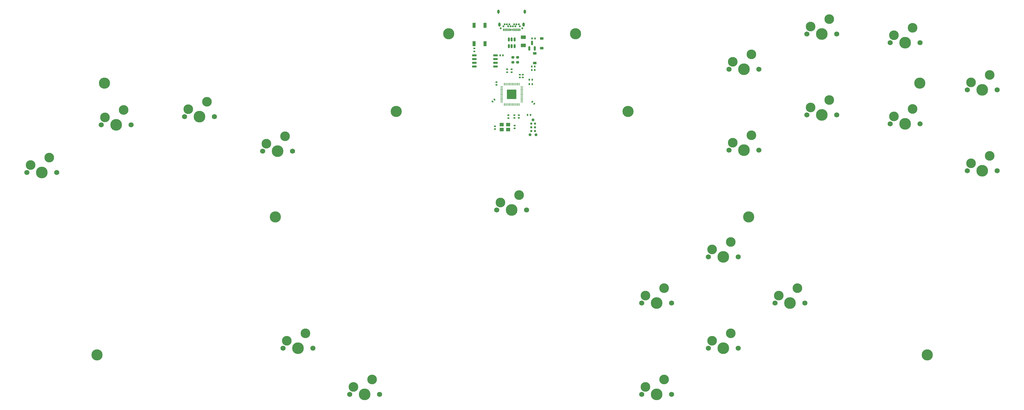
<source format=gts>
G04 #@! TF.GenerationSoftware,KiCad,Pcbnew,(6.0.7)*
G04 #@! TF.CreationDate,2023-01-25T00:46:19-06:00*
G04 #@! TF.ProjectId,OpenRectangle,4f70656e-5265-4637-9461-6e676c652e6b,rev?*
G04 #@! TF.SameCoordinates,Original*
G04 #@! TF.FileFunction,Soldermask,Top*
G04 #@! TF.FilePolarity,Negative*
%FSLAX46Y46*%
G04 Gerber Fmt 4.6, Leading zero omitted, Abs format (unit mm)*
G04 Created by KiCad (PCBNEW (6.0.7)) date 2023-01-25 00:46:19*
%MOMM*%
%LPD*%
G01*
G04 APERTURE LIST*
G04 Aperture macros list*
%AMRoundRect*
0 Rectangle with rounded corners*
0 $1 Rounding radius*
0 $2 $3 $4 $5 $6 $7 $8 $9 X,Y pos of 4 corners*
0 Add a 4 corners polygon primitive as box body*
4,1,4,$2,$3,$4,$5,$6,$7,$8,$9,$2,$3,0*
0 Add four circle primitives for the rounded corners*
1,1,$1+$1,$2,$3*
1,1,$1+$1,$4,$5*
1,1,$1+$1,$6,$7*
1,1,$1+$1,$8,$9*
0 Add four rect primitives between the rounded corners*
20,1,$1+$1,$2,$3,$4,$5,0*
20,1,$1+$1,$4,$5,$6,$7,0*
20,1,$1+$1,$6,$7,$8,$9,0*
20,1,$1+$1,$8,$9,$2,$3,0*%
G04 Aperture macros list end*
%ADD10C,1.750000*%
%ADD11C,3.987800*%
%ADD12C,3.800000*%
%ADD13R,1.100000X1.800000*%
%ADD14RoundRect,0.140000X0.170000X-0.140000X0.170000X0.140000X-0.170000X0.140000X-0.170000X-0.140000X0*%
%ADD15RoundRect,0.150000X0.150000X-0.587500X0.150000X0.587500X-0.150000X0.587500X-0.150000X-0.587500X0*%
%ADD16RoundRect,0.140000X0.140000X0.170000X-0.140000X0.170000X-0.140000X-0.170000X0.140000X-0.170000X0*%
%ADD17RoundRect,0.140000X-0.219203X-0.021213X-0.021213X-0.219203X0.219203X0.021213X0.021213X0.219203X0*%
%ADD18R,1.400000X1.200000*%
%ADD19RoundRect,0.140000X-0.021213X0.219203X-0.219203X0.021213X0.021213X-0.219203X0.219203X-0.021213X0*%
%ADD20RoundRect,0.250000X-0.625000X0.375000X-0.625000X-0.375000X0.625000X-0.375000X0.625000X0.375000X0*%
%ADD21RoundRect,0.225000X0.375000X-0.225000X0.375000X0.225000X-0.375000X0.225000X-0.375000X-0.225000X0*%
%ADD22RoundRect,0.140000X-0.140000X-0.170000X0.140000X-0.170000X0.140000X0.170000X-0.140000X0.170000X0*%
%ADD23RoundRect,0.135000X0.185000X-0.135000X0.185000X0.135000X-0.185000X0.135000X-0.185000X-0.135000X0*%
%ADD24RoundRect,0.140000X-0.170000X0.140000X-0.170000X-0.140000X0.170000X-0.140000X0.170000X0.140000X0*%
%ADD25RoundRect,0.200000X-0.275000X0.200000X-0.275000X-0.200000X0.275000X-0.200000X0.275000X0.200000X0*%
%ADD26RoundRect,0.135000X-0.185000X0.135000X-0.185000X-0.135000X0.185000X-0.135000X0.185000X0.135000X0*%
%ADD27C,0.990600*%
%ADD28C,0.787400*%
%ADD29RoundRect,0.050000X-0.387500X-0.050000X0.387500X-0.050000X0.387500X0.050000X-0.387500X0.050000X0*%
%ADD30RoundRect,0.050000X-0.050000X-0.387500X0.050000X-0.387500X0.050000X0.387500X-0.050000X0.387500X0*%
%ADD31RoundRect,0.144000X-1.456000X-1.456000X1.456000X-1.456000X1.456000X1.456000X-1.456000X1.456000X0*%
%ADD32RoundRect,0.135000X0.135000X0.185000X-0.135000X0.185000X-0.135000X-0.185000X0.135000X-0.185000X0*%
%ADD33RoundRect,0.150000X-0.150000X0.512500X-0.150000X-0.512500X0.150000X-0.512500X0.150000X0.512500X0*%
%ADD34C,0.650000*%
%ADD35R,0.300000X0.900000*%
%ADD36R,0.300000X0.700000*%
%ADD37O,0.800000X1.400000*%
%ADD38RoundRect,0.150000X-0.650000X-0.150000X0.650000X-0.150000X0.650000X0.150000X-0.650000X0.150000X0*%
%ADD39C,3.300000*%
G04 APERTURE END LIST*
D10*
G04 #@! TO.C,SW20*
X272554000Y-73954000D03*
D11*
X277634000Y-73954000D03*
D10*
X282714000Y-73954000D03*
G04 #@! TD*
D12*
G04 #@! TO.C,H5*
X279275000Y-96760000D03*
G04 #@! TD*
G04 #@! TO.C,H4*
X337465000Y-51080000D03*
G04 #@! TD*
D10*
G04 #@! TO.C,SW30*
X153568499Y-157240001D03*
D11*
X148488499Y-157240001D03*
D10*
X143408499Y-157240001D03*
G04 #@! TD*
D13*
G04 #@! TO.C,SW41*
X189460000Y-37600000D03*
X189460000Y-31400000D03*
X185760000Y-37600000D03*
X185760000Y-31400000D03*
G04 #@! TD*
D12*
G04 #@! TO.C,H7*
X118115000Y-96760000D03*
G04 #@! TD*
D14*
G04 #@! TO.C,C10*
X193344750Y-51676018D03*
X193344750Y-50716018D03*
G04 #@! TD*
D11*
G04 #@! TO.C,SW8*
X92278000Y-62547000D03*
D10*
X97358000Y-62547000D03*
X87198000Y-62547000D03*
G04 #@! TD*
D15*
G04 #@! TO.C,U1*
X204560000Y-39217500D03*
X206460000Y-39217500D03*
X205510000Y-37342500D03*
G04 #@! TD*
D16*
G04 #@! TO.C,C2*
X206480000Y-35830000D03*
X205520000Y-35830000D03*
G04 #@! TD*
D17*
G04 #@! TO.C,C8*
X205546589Y-57476482D03*
X206225411Y-58155304D03*
G04 #@! TD*
D12*
G04 #@! TO.C,H8*
X57395000Y-143800000D03*
G04 #@! TD*
D18*
G04 #@! TO.C,Y1*
X197394000Y-65189250D03*
X195194000Y-65189250D03*
X195194000Y-66889250D03*
X197394000Y-66889250D03*
G04 #@! TD*
D19*
G04 #@! TO.C,C12*
X192668161Y-56698607D03*
X191989339Y-57377429D03*
G04 #@! TD*
D14*
G04 #@! TO.C,C16*
X199567750Y-66535018D03*
X199567750Y-65575018D03*
G04 #@! TD*
D20*
G04 #@! TO.C,F1*
X202550000Y-35440000D03*
X202550000Y-38240000D03*
G04 #@! TD*
D21*
G04 #@! TO.C,D1*
X208830000Y-39130000D03*
X208830000Y-35830000D03*
G04 #@! TD*
D11*
G04 #@! TO.C,SW24*
X332507000Y-64934000D03*
D10*
X337587000Y-64934000D03*
X327427000Y-64934000D03*
G04 #@! TD*
G04 #@! TO.C,SW2*
X193498500Y-94326866D03*
D11*
X198578500Y-94326866D03*
D10*
X203658500Y-94326866D03*
G04 #@! TD*
G04 #@! TO.C,SW40*
X288212500Y-126082866D03*
X298372500Y-126082866D03*
D11*
X293292500Y-126082866D03*
G04 #@! TD*
D10*
G04 #@! TO.C,SW6*
X69002000Y-65273000D03*
X58842000Y-65273000D03*
D11*
X63922000Y-65273000D03*
G04 #@! TD*
D16*
G04 #@! TO.C,C6*
X206400000Y-45425000D03*
X205440000Y-45425000D03*
G04 #@! TD*
D10*
G04 #@! TO.C,SW36*
X242868500Y-157267866D03*
X253028500Y-157267866D03*
D11*
X247948500Y-157267866D03*
G04 #@! TD*
D22*
G04 #@! TO.C,C1*
X205440000Y-46625000D03*
X206400000Y-46625000D03*
G04 #@! TD*
D11*
G04 #@! TO.C,SW37*
X270635500Y-141497866D03*
D10*
X275715500Y-141497866D03*
X265555500Y-141497866D03*
G04 #@! TD*
D14*
G04 #@! TO.C,C3*
X201345750Y-49136018D03*
X201345750Y-48176018D03*
G04 #@! TD*
D23*
G04 #@! TO.C,R4*
X197437000Y-62993250D03*
X197437000Y-61973250D03*
G04 #@! TD*
D24*
G04 #@! TO.C,C5*
X200993000Y-62003250D03*
X200993000Y-62963250D03*
G04 #@! TD*
D22*
G04 #@! TO.C,C13*
X204577000Y-49910250D03*
X205537000Y-49910250D03*
G04 #@! TD*
D10*
G04 #@! TO.C,SW4*
X43722000Y-81576000D03*
D11*
X38642000Y-81576000D03*
D10*
X33562000Y-81576000D03*
G04 #@! TD*
D11*
G04 #@! TO.C,SW14*
X304152000Y-34349000D03*
D10*
X299072000Y-34349000D03*
X309232000Y-34349000D03*
G04 #@! TD*
D14*
G04 #@! TO.C,C9*
X202361750Y-49136018D03*
X202361750Y-48176018D03*
G04 #@! TD*
D22*
G04 #@! TO.C,C17*
X194620000Y-41640000D03*
X195580000Y-41640000D03*
G04 #@! TD*
D10*
G04 #@! TO.C,SW31*
X242868500Y-126082866D03*
X253028500Y-126082866D03*
D11*
X247948500Y-126082866D03*
G04 #@! TD*
D24*
G04 #@! TO.C,C15*
X192865000Y-65829018D03*
X192865000Y-66789018D03*
G04 #@! TD*
D11*
G04 #@! TO.C,SW15*
X332507000Y-37324000D03*
D10*
X327427000Y-37324000D03*
X337587000Y-37324000D03*
G04 #@! TD*
G04 #@! TO.C,SW21*
X309232000Y-61959000D03*
X299072000Y-61959000D03*
D11*
X304152000Y-61959000D03*
G04 #@! TD*
G04 #@! TO.C,SW9*
X118850000Y-74310000D03*
D10*
X123930000Y-74310000D03*
X113770000Y-74310000D03*
G04 #@! TD*
D25*
G04 #@! TO.C,R3*
X200540000Y-42315000D03*
X200540000Y-43965000D03*
G04 #@! TD*
D26*
G04 #@! TO.C,R5*
X185850000Y-39210000D03*
X185850000Y-40230000D03*
G04 #@! TD*
D12*
G04 #@! TO.C,H2*
X159240000Y-60710000D03*
G04 #@! TD*
G04 #@! TO.C,H1*
X238150000Y-60710000D03*
G04 #@! TD*
D11*
G04 #@! TO.C,SW27*
X125800499Y-141471001D03*
D10*
X130880499Y-141471001D03*
X120720499Y-141471001D03*
G04 #@! TD*
D11*
G04 #@! TO.C,SW18*
X358730000Y-53360000D03*
D10*
X363810000Y-53360000D03*
X353650000Y-53360000D03*
G04 #@! TD*
D12*
G04 #@! TO.C,H3*
X59925000Y-51080000D03*
G04 #@! TD*
D25*
G04 #@! TO.C,R2*
X199010000Y-42315000D03*
X199010000Y-43965000D03*
G04 #@! TD*
D14*
G04 #@! TO.C,C7*
X198580000Y-47342250D03*
X198580000Y-46382250D03*
G04 #@! TD*
D27*
G04 #@! TO.C,J2*
X204834000Y-68660000D03*
X206866000Y-68660000D03*
X205850000Y-63580000D03*
D28*
X205215000Y-64850000D03*
X206485000Y-64850000D03*
X205215000Y-66120000D03*
X206485000Y-66120000D03*
X205215000Y-67390000D03*
X206485000Y-67390000D03*
G04 #@! TD*
D21*
G04 #@! TO.C,D2*
X206450000Y-44230000D03*
X206450000Y-40930000D03*
G04 #@! TD*
D12*
G04 #@! TO.C,H6*
X339995000Y-143800000D03*
G04 #@! TD*
D24*
G04 #@! TO.C,C11*
X199469000Y-62003250D03*
X199469000Y-62963250D03*
G04 #@! TD*
D10*
G04 #@! TO.C,SW25*
X363810000Y-80970000D03*
X353650000Y-80970000D03*
D11*
X358730000Y-80970000D03*
G04 #@! TD*
D29*
G04 #@! TO.C,U3*
X195142500Y-52295000D03*
X195142500Y-52695000D03*
X195142500Y-53095000D03*
X195142500Y-53495000D03*
X195142500Y-53895000D03*
X195142500Y-54295000D03*
X195142500Y-54695000D03*
X195142500Y-55095000D03*
X195142500Y-55495000D03*
X195142500Y-55895000D03*
X195142500Y-56295000D03*
X195142500Y-56695000D03*
X195142500Y-57095000D03*
X195142500Y-57495000D03*
D30*
X195980000Y-58332500D03*
X196380000Y-58332500D03*
X196780000Y-58332500D03*
X197180000Y-58332500D03*
X197580000Y-58332500D03*
X197980000Y-58332500D03*
X198380000Y-58332500D03*
X198780000Y-58332500D03*
X199180000Y-58332500D03*
X199580000Y-58332500D03*
X199980000Y-58332500D03*
X200380000Y-58332500D03*
X200780000Y-58332500D03*
X201180000Y-58332500D03*
D29*
X202017500Y-57495000D03*
X202017500Y-57095000D03*
X202017500Y-56695000D03*
X202017500Y-56295000D03*
X202017500Y-55895000D03*
X202017500Y-55495000D03*
X202017500Y-55095000D03*
X202017500Y-54695000D03*
X202017500Y-54295000D03*
X202017500Y-53895000D03*
X202017500Y-53495000D03*
X202017500Y-53095000D03*
X202017500Y-52695000D03*
X202017500Y-52295000D03*
D30*
X201180000Y-51457500D03*
X200780000Y-51457500D03*
X200380000Y-51457500D03*
X199980000Y-51457500D03*
X199580000Y-51457500D03*
X199180000Y-51457500D03*
X198780000Y-51457500D03*
X198380000Y-51457500D03*
X197980000Y-51457500D03*
X197580000Y-51457500D03*
X197180000Y-51457500D03*
X196780000Y-51457500D03*
X196380000Y-51457500D03*
X195980000Y-51457500D03*
D31*
X198580000Y-54895000D03*
G04 #@! TD*
D14*
G04 #@! TO.C,C4*
X197056000Y-47342250D03*
X197056000Y-46382250D03*
G04 #@! TD*
D12*
G04 #@! TO.C,H10*
X220290000Y-34240000D03*
G04 #@! TD*
G04 #@! TO.C,H9*
X177100000Y-34240000D03*
G04 #@! TD*
D10*
G04 #@! TO.C,SW33*
X275715500Y-110312866D03*
X265555500Y-110312866D03*
D11*
X270635500Y-110312866D03*
G04 #@! TD*
D32*
G04 #@! TO.C,R1*
X205010000Y-61930000D03*
X203990000Y-61930000D03*
G04 #@! TD*
D33*
G04 #@! TO.C,U2*
X199530000Y-36212500D03*
X198580000Y-36212500D03*
X197630000Y-36212500D03*
X197630000Y-38487500D03*
X198580000Y-38487500D03*
X199530000Y-38487500D03*
G04 #@! TD*
D10*
G04 #@! TO.C,SW12*
X282714000Y-46345000D03*
D11*
X277634000Y-46345000D03*
D10*
X272554000Y-46345000D03*
G04 #@! TD*
D22*
G04 #@! TO.C,C14*
X204577000Y-51434250D03*
X205537000Y-51434250D03*
G04 #@! TD*
D34*
G04 #@! TO.C,J1*
X202178500Y-32360000D03*
X194828500Y-32360000D03*
D35*
X201328500Y-32920000D03*
X200828500Y-32920000D03*
X200328500Y-32920000D03*
X199828500Y-32920000D03*
X199328500Y-32920000D03*
D36*
X198828500Y-32920000D03*
X198328500Y-32920000D03*
D35*
X197828500Y-32920000D03*
X197328500Y-32920000D03*
X196828500Y-32920000D03*
X196328500Y-32920000D03*
X195828500Y-32920000D03*
D34*
X195778500Y-31710000D03*
X196178500Y-31010000D03*
X196978500Y-31010000D03*
X197378500Y-31710000D03*
X197778500Y-31010000D03*
X198178500Y-31710000D03*
X198978500Y-31710000D03*
X199378500Y-31010000D03*
X199778500Y-31710000D03*
X200178500Y-31010000D03*
X200978500Y-31010000D03*
X201378500Y-31710000D03*
D37*
X203068500Y-26720000D03*
X194088500Y-26720000D03*
X194373500Y-31110000D03*
X202633500Y-31110000D03*
G04 #@! TD*
D38*
G04 #@! TO.C,U4*
X185850000Y-41645000D03*
X185850000Y-42915000D03*
X185850000Y-44185000D03*
X185850000Y-45455000D03*
X193050000Y-45455000D03*
X193050000Y-44185000D03*
X193050000Y-42915000D03*
X193050000Y-41645000D03*
G04 #@! TD*
D10*
G04 #@! TO.C,SW13*
X309232000Y-34349000D03*
D11*
X304152000Y-34349000D03*
D10*
X299072000Y-34349000D03*
D39*
X300342000Y-31809000D03*
X306692000Y-29269000D03*
G04 #@! TD*
D11*
G04 #@! TO.C,SW35*
X247948500Y-157267866D03*
D10*
X253028500Y-157267866D03*
X242868500Y-157267866D03*
D39*
X244138500Y-154727866D03*
X250488500Y-152187866D03*
G04 #@! TD*
D10*
G04 #@! TO.C,SW19*
X282714000Y-73954000D03*
D11*
X277634000Y-73954000D03*
D10*
X272554000Y-73954000D03*
D39*
X273824000Y-71414000D03*
X280174000Y-68874000D03*
G04 #@! TD*
D10*
G04 #@! TO.C,SW26*
X363810000Y-80970000D03*
X353650000Y-80970000D03*
D11*
X358730000Y-80970000D03*
D39*
X354920000Y-78430000D03*
X361270000Y-75890000D03*
G04 #@! TD*
D10*
G04 #@! TO.C,SW28*
X130880499Y-141471001D03*
D11*
X125800499Y-141471001D03*
D10*
X120720499Y-141471001D03*
D39*
X121990499Y-138931001D03*
X128340499Y-136391001D03*
G04 #@! TD*
D10*
G04 #@! TO.C,SW32*
X242868500Y-126082866D03*
X253028500Y-126082866D03*
D11*
X247948500Y-126082866D03*
D39*
X244138500Y-123542866D03*
X250488500Y-121002866D03*
G04 #@! TD*
D10*
G04 #@! TO.C,SW22*
X299072000Y-61959000D03*
X309232000Y-61959000D03*
D11*
X304152000Y-61959000D03*
D39*
X300342000Y-59419000D03*
X306692000Y-56879000D03*
G04 #@! TD*
D11*
G04 #@! TO.C,SW34*
X270635500Y-110312866D03*
D10*
X275715500Y-110312866D03*
X265555500Y-110312866D03*
D39*
X266825500Y-107772866D03*
X273175500Y-105232866D03*
G04 #@! TD*
D10*
G04 #@! TO.C,SW16*
X337587000Y-37324000D03*
X327427000Y-37324000D03*
D11*
X332507000Y-37324000D03*
D39*
X328697000Y-34784000D03*
X335047000Y-32244000D03*
G04 #@! TD*
D10*
G04 #@! TO.C,SW38*
X265555500Y-141497866D03*
X275715500Y-141497866D03*
D11*
X270635500Y-141497866D03*
D39*
X266825500Y-138957866D03*
X273175500Y-136417866D03*
G04 #@! TD*
D10*
G04 #@! TO.C,SW3*
X33562000Y-81576000D03*
X43722000Y-81576000D03*
D11*
X38642000Y-81576000D03*
D39*
X34832000Y-79036000D03*
X41182000Y-76496000D03*
G04 #@! TD*
D10*
G04 #@! TO.C,SW5*
X69002000Y-65273000D03*
X58842000Y-65273000D03*
D11*
X63922000Y-65273000D03*
D39*
X60112000Y-62733000D03*
X66462000Y-60193000D03*
G04 #@! TD*
D10*
G04 #@! TO.C,SW29*
X153568499Y-157240001D03*
X143408499Y-157240001D03*
D11*
X148488499Y-157240001D03*
D39*
X144678499Y-154700001D03*
X151028499Y-152160001D03*
G04 #@! TD*
D11*
G04 #@! TO.C,SW7*
X92278000Y-62547000D03*
D10*
X97358000Y-62547000D03*
X87198000Y-62547000D03*
D39*
X88468000Y-60007000D03*
X94818000Y-57467000D03*
G04 #@! TD*
D10*
G04 #@! TO.C,SW11*
X282714000Y-46345000D03*
X272554000Y-46345000D03*
D11*
X277634000Y-46345000D03*
D39*
X273824000Y-43805000D03*
X280174000Y-41265000D03*
G04 #@! TD*
D10*
G04 #@! TO.C,SW17*
X363810000Y-53360000D03*
D11*
X358730000Y-53360000D03*
D10*
X353650000Y-53360000D03*
D39*
X354920000Y-50820000D03*
X361270000Y-48280000D03*
G04 #@! TD*
D10*
G04 #@! TO.C,SW39*
X288212500Y-126082866D03*
D11*
X293292500Y-126082866D03*
D10*
X298372500Y-126082866D03*
D39*
X289482500Y-123542866D03*
X295832500Y-121002866D03*
G04 #@! TD*
D11*
G04 #@! TO.C,SW23*
X332507000Y-64934000D03*
D10*
X327427000Y-64934000D03*
X337587000Y-64934000D03*
D39*
X328697000Y-62394000D03*
X335047000Y-59854000D03*
G04 #@! TD*
D10*
G04 #@! TO.C,SW10*
X113770000Y-74310000D03*
D11*
X118850000Y-74310000D03*
D10*
X123930000Y-74310000D03*
D39*
X115040000Y-71770000D03*
X121390000Y-69230000D03*
G04 #@! TD*
D11*
G04 #@! TO.C,SW1*
X198578500Y-94326866D03*
D10*
X203658500Y-94326866D03*
X193498500Y-94326866D03*
D39*
X194768500Y-91786866D03*
X201118500Y-89246866D03*
G04 #@! TD*
M02*

</source>
